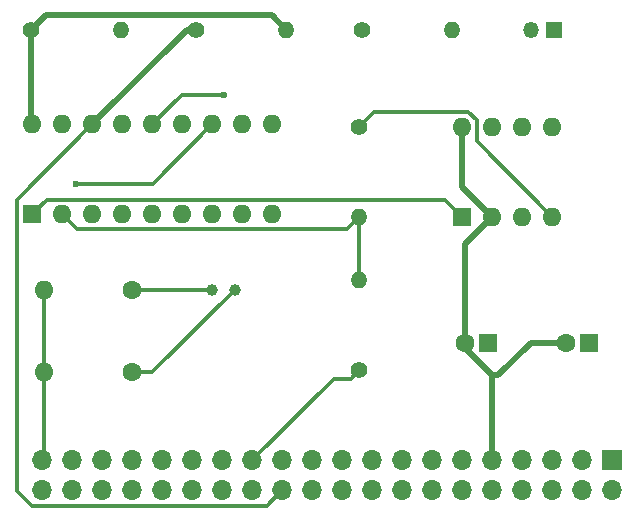
<source format=gbr>
%TF.GenerationSoftware,KiCad,Pcbnew,8.0.0*%
%TF.CreationDate,2024-02-26T14:23:39+00:00*%
%TF.ProjectId,piHat,70694861-742e-46b6-9963-61645f706362,rev?*%
%TF.SameCoordinates,Original*%
%TF.FileFunction,Copper,L2,Bot*%
%TF.FilePolarity,Positive*%
%FSLAX46Y46*%
G04 Gerber Fmt 4.6, Leading zero omitted, Abs format (unit mm)*
G04 Created by KiCad (PCBNEW 8.0.0) date 2024-02-26 14:23:39*
%MOMM*%
%LPD*%
G01*
G04 APERTURE LIST*
%TA.AperFunction,ComponentPad*%
%ADD10R,1.600000X1.600000*%
%TD*%
%TA.AperFunction,ComponentPad*%
%ADD11O,1.600000X1.600000*%
%TD*%
%TA.AperFunction,ComponentPad*%
%ADD12C,1.600000*%
%TD*%
%TA.AperFunction,ComponentPad*%
%ADD13C,1.400000*%
%TD*%
%TA.AperFunction,ComponentPad*%
%ADD14O,1.400000X1.400000*%
%TD*%
%TA.AperFunction,ComponentPad*%
%ADD15R,1.700000X1.700000*%
%TD*%
%TA.AperFunction,ComponentPad*%
%ADD16O,1.700000X1.700000*%
%TD*%
%TA.AperFunction,ComponentPad*%
%ADD17C,1.000000*%
%TD*%
%TA.AperFunction,ComponentPad*%
%ADD18R,1.350000X1.350000*%
%TD*%
%TA.AperFunction,ComponentPad*%
%ADD19O,1.350000X1.350000*%
%TD*%
%TA.AperFunction,ViaPad*%
%ADD20C,0.600000*%
%TD*%
%TA.AperFunction,Conductor*%
%ADD21C,0.300000*%
%TD*%
%TA.AperFunction,Conductor*%
%ADD22C,0.500000*%
%TD*%
G04 APERTURE END LIST*
D10*
%TO.P,U2,1,TXD*%
%TO.N,Net-(U1-TXCAN)*%
X130200000Y-92800000D03*
D11*
%TO.P,U2,2,VSS*%
%TO.N,VSS*%
X132740000Y-92800000D03*
%TO.P,U2,3,VDD*%
%TO.N,VDD*%
X135280000Y-92800000D03*
%TO.P,U2,4,RXD*%
%TO.N,Net-(U2-RXD)*%
X137820000Y-92800000D03*
%TO.P,U2,5,Vref*%
%TO.N,unconnected-(U2-Vref-Pad5)*%
X137820000Y-85180000D03*
%TO.P,U2,6,CANL*%
%TO.N,Net-(J1-Pin_1)*%
X135280000Y-85180000D03*
%TO.P,U2,7,CANH*%
%TO.N,Net-(J1-Pin_2)*%
X132740000Y-85180000D03*
%TO.P,U2,8,Rs*%
%TO.N,VSS*%
X130200000Y-85180000D03*
%TD*%
D12*
%TO.P,22pF1,1*%
%TO.N,Net-(U1-OSC2)*%
X102250000Y-99000000D03*
D11*
%TO.P,22pF1,2*%
%TO.N,VSS*%
X94750000Y-99000000D03*
%TD*%
D13*
%TO.P,20K1,1*%
%TO.N,VSS*%
X121500000Y-105810000D03*
D14*
%TO.P,20K1,2*%
%TO.N,Net-(U1-RXCAN)*%
X121500000Y-98190000D03*
%TD*%
D10*
%TO.P,U1,1,TXCAN*%
%TO.N,Net-(U1-TXCAN)*%
X93800000Y-92620000D03*
D11*
%TO.P,U1,2,RXCAN*%
%TO.N,Net-(U1-RXCAN)*%
X96340000Y-92620000D03*
%TO.P,U1,3,CLKOUT/SOF*%
%TO.N,unconnected-(U1-CLKOUT{slash}SOF-Pad3)*%
X98880000Y-92620000D03*
%TO.P,U1,4,~{TX0RTS}*%
%TO.N,unconnected-(U1-~{TX0RTS}-Pad4)*%
X101420000Y-92620000D03*
%TO.P,U1,5,~{TX1RTS}*%
%TO.N,unconnected-(U1-~{TX1RTS}-Pad5)*%
X103960000Y-92620000D03*
%TO.P,U1,6,~{TX2RTS}*%
%TO.N,unconnected-(U1-~{TX2RTS}-Pad6)*%
X106500000Y-92620000D03*
%TO.P,U1,7,OSC2*%
%TO.N,Net-(U1-OSC2)*%
X109040000Y-92620000D03*
%TO.P,U1,8,OSC1*%
%TO.N,Net-(U1-OSC1)*%
X111580000Y-92620000D03*
%TO.P,U1,9,VSS*%
%TO.N,VSS*%
X114120000Y-92620000D03*
%TO.P,U1,10,~{RX1BF}*%
%TO.N,unconnected-(U1-~{RX1BF}-Pad10)*%
X114120000Y-85000000D03*
%TO.P,U1,11,~{RX0BF}*%
%TO.N,unconnected-(U1-~{RX0BF}-Pad11)*%
X111580000Y-85000000D03*
%TO.P,U1,12,~{INT}*%
%TO.N,Net-(J2-GPIO25)*%
X109040000Y-85000000D03*
%TO.P,U1,13,SCK*%
%TO.N,Net-(J2-SCLK0{slash}GPIO11)*%
X106500000Y-85000000D03*
%TO.P,U1,14,SI*%
%TO.N,Net-(J2-MOSI0{slash}GPIO10)*%
X103960000Y-85000000D03*
%TO.P,U1,15,SO*%
%TO.N,Net-(J2-MISO0{slash}GPIO9)*%
X101420000Y-85000000D03*
%TO.P,U1,16,~{CS}*%
%TO.N,Net-(J2-~{CE0}{slash}GPIO8)*%
X98880000Y-85000000D03*
%TO.P,U1,17,~{RESET}*%
%TO.N,Net-(U1-~{RESET})*%
X96340000Y-85000000D03*
%TO.P,U1,18,VDD*%
%TO.N,VCC*%
X93800000Y-85000000D03*
%TD*%
D10*
%TO.P,C3,1*%
%TO.N,VCC*%
X132410225Y-103499999D03*
D12*
%TO.P,C3,2*%
%TO.N,VSS*%
X130410225Y-103499999D03*
%TD*%
D13*
%TO.P,R2-4K7,1*%
%TO.N,Net-(J2-~{CE0}{slash}GPIO8)*%
X107690000Y-77000000D03*
D14*
%TO.P,R2-4K7,2*%
%TO.N,VCC*%
X115310000Y-77000000D03*
%TD*%
D13*
%TO.P,R1-4K7,1*%
%TO.N,VCC*%
X93690000Y-77000000D03*
D14*
%TO.P,R1-4K7,2*%
%TO.N,Net-(J2-GPIO25)*%
X101310000Y-77000000D03*
%TD*%
D13*
%TO.P,10K1,1*%
%TO.N,Net-(U2-RXD)*%
X121500000Y-85190000D03*
D14*
%TO.P,10K1,2*%
%TO.N,Net-(U1-RXCAN)*%
X121500000Y-92810000D03*
%TD*%
D15*
%TO.P,J2,1,3V3*%
%TO.N,VCC*%
X142900000Y-113450000D03*
D16*
%TO.P,J2,2,5V*%
%TO.N,VDD*%
X142900000Y-115990000D03*
%TO.P,J2,3,SDA/GPIO2*%
%TO.N,unconnected-(J2-SDA{slash}GPIO2-Pad3)*%
X140360000Y-113450000D03*
%TO.P,J2,4,5V*%
%TO.N,VDD*%
X140360000Y-115990000D03*
%TO.P,J2,5,SCL/GPIO3*%
%TO.N,unconnected-(J2-SCL{slash}GPIO3-Pad5)*%
X137820000Y-113450000D03*
%TO.P,J2,6,GND*%
%TO.N,VSS*%
X137820000Y-115990000D03*
%TO.P,J2,7,GCLK0/GPIO4*%
%TO.N,unconnected-(J2-GCLK0{slash}GPIO4-Pad7)*%
X135280000Y-113450000D03*
%TO.P,J2,8,GPIO14/TXD*%
%TO.N,unconnected-(J2-GPIO14{slash}TXD-Pad8)*%
X135280000Y-115990000D03*
%TO.P,J2,9,GND*%
%TO.N,VSS*%
X132740000Y-113450000D03*
%TO.P,J2,10,GPIO15/RXD*%
%TO.N,unconnected-(J2-GPIO15{slash}RXD-Pad10)*%
X132740000Y-115990000D03*
%TO.P,J2,11,GPIO17*%
%TO.N,unconnected-(J2-GPIO17-Pad11)*%
X130200000Y-113450000D03*
%TO.P,J2,12,GPIO18/PWM0*%
%TO.N,unconnected-(J2-GPIO18{slash}PWM0-Pad12)*%
X130200000Y-115990000D03*
%TO.P,J2,13,GPIO27*%
%TO.N,unconnected-(J2-GPIO27-Pad13)*%
X127660000Y-113450000D03*
%TO.P,J2,14,GND*%
%TO.N,VSS*%
X127660000Y-115990000D03*
%TO.P,J2,15,GPIO22*%
%TO.N,unconnected-(J2-GPIO22-Pad15)*%
X125120000Y-113450000D03*
%TO.P,J2,16,GPIO23*%
%TO.N,unconnected-(J2-GPIO23-Pad16)*%
X125120000Y-115990000D03*
%TO.P,J2,17,3V3*%
%TO.N,VCC*%
X122580000Y-113450000D03*
%TO.P,J2,18,GPIO24*%
%TO.N,unconnected-(J2-GPIO24-Pad18)*%
X122580000Y-115990000D03*
%TO.P,J2,19,MOSI0/GPIO10*%
%TO.N,Net-(J2-MOSI0{slash}GPIO10)*%
X120040000Y-113450000D03*
%TO.P,J2,20,GND*%
%TO.N,VSS*%
X120040000Y-115990000D03*
%TO.P,J2,21,MISO0/GPIO9*%
%TO.N,Net-(J2-MISO0{slash}GPIO9)*%
X117500000Y-113450000D03*
%TO.P,J2,22,GPIO25*%
%TO.N,Net-(J2-GPIO25)*%
X117500000Y-115990000D03*
%TO.P,J2,23,SCLK0/GPIO11*%
%TO.N,Net-(J2-SCLK0{slash}GPIO11)*%
X114960000Y-113450000D03*
%TO.P,J2,24,~{CE0}/GPIO8*%
%TO.N,Net-(J2-~{CE0}{slash}GPIO8)*%
X114960000Y-115990000D03*
%TO.P,J2,25,GND*%
%TO.N,VSS*%
X112420000Y-113450000D03*
%TO.P,J2,26,~{CE1}/GPIO7*%
%TO.N,unconnected-(J2-~{CE1}{slash}GPIO7-Pad26)*%
X112420000Y-115990000D03*
%TO.P,J2,27,ID_SD/GPIO0*%
%TO.N,unconnected-(J2-ID_SD{slash}GPIO0-Pad27)*%
X109880000Y-113450000D03*
%TO.P,J2,28,ID_SC/GPIO1*%
%TO.N,unconnected-(J2-ID_SC{slash}GPIO1-Pad28)*%
X109880000Y-115990000D03*
%TO.P,J2,29,GCLK1/GPIO5*%
%TO.N,unconnected-(J2-GCLK1{slash}GPIO5-Pad29)*%
X107340000Y-113450000D03*
%TO.P,J2,30,GND*%
%TO.N,VSS*%
X107340000Y-115990000D03*
%TO.P,J2,31,GCLK2/GPIO6*%
%TO.N,unconnected-(J2-GCLK2{slash}GPIO6-Pad31)*%
X104800000Y-113450000D03*
%TO.P,J2,32,PWM0/GPIO12*%
%TO.N,unconnected-(J2-PWM0{slash}GPIO12-Pad32)*%
X104800000Y-115990000D03*
%TO.P,J2,33,PWM1/GPIO13*%
%TO.N,unconnected-(J2-PWM1{slash}GPIO13-Pad33)*%
X102260000Y-113450000D03*
%TO.P,J2,34,GND*%
%TO.N,VSS*%
X102260000Y-115990000D03*
%TO.P,J2,35,GPIO19/MISO1*%
%TO.N,unconnected-(J2-GPIO19{slash}MISO1-Pad35)*%
X99720000Y-113450000D03*
%TO.P,J2,36,GPIO16*%
%TO.N,unconnected-(J2-GPIO16-Pad36)*%
X99720000Y-115990000D03*
%TO.P,J2,37,GPIO26*%
%TO.N,unconnected-(J2-GPIO26-Pad37)*%
X97180000Y-113450000D03*
%TO.P,J2,38,GPIO20/MOSI1*%
%TO.N,unconnected-(J2-GPIO20{slash}MOSI1-Pad38)*%
X97180000Y-115990000D03*
%TO.P,J2,39,GND*%
%TO.N,VSS*%
X94640000Y-113450000D03*
%TO.P,J2,40,GPIO21/SCLK1*%
%TO.N,unconnected-(J2-GPIO21{slash}SCLK1-Pad40)*%
X94640000Y-115990000D03*
%TD*%
D17*
%TO.P,16mhz1,1,1*%
%TO.N,Net-(U1-OSC2)*%
X109050000Y-99000000D03*
%TO.P,16mhz1,2,2*%
%TO.N,Net-(U1-OSC1)*%
X110950000Y-99000000D03*
%TD*%
D13*
%TO.P,R3-4K7,1*%
%TO.N,VCC*%
X121690000Y-77000000D03*
D14*
%TO.P,R3-4K7,2*%
%TO.N,Net-(U1-~{RESET})*%
X129310000Y-77000000D03*
%TD*%
D18*
%TO.P,H - L,1,Pin_1*%
%TO.N,Net-(J1-Pin_1)*%
X138000000Y-77000000D03*
D19*
%TO.P,H - L,2,Pin_2*%
%TO.N,Net-(J1-Pin_2)*%
X136000000Y-77000000D03*
%TD*%
D10*
%TO.P,C4,1*%
%TO.N,VDD*%
X140955113Y-103499999D03*
D12*
%TO.P,C4,2*%
%TO.N,VSS*%
X138955113Y-103499999D03*
%TD*%
%TO.P,22pF2,1*%
%TO.N,Net-(U1-OSC1)*%
X102250000Y-106000000D03*
D11*
%TO.P,22pF2,2*%
%TO.N,VSS*%
X94750000Y-106000000D03*
%TD*%
D20*
%TO.N,Net-(J2-GPIO25)*%
X97500000Y-90000000D03*
%TO.N,Net-(J2-MOSI0{slash}GPIO10)*%
X110000000Y-82500000D03*
%TD*%
D21*
%TO.N,Net-(U1-OSC2)*%
X102250000Y-99000000D02*
X109050000Y-99000000D01*
D22*
%TO.N,VSS*%
X133260000Y-106240000D02*
X136000001Y-103499999D01*
X130200000Y-90260000D02*
X132740000Y-92800000D01*
D21*
X94750000Y-113340000D02*
X94640000Y-113450000D01*
X120800000Y-106510000D02*
X119360000Y-106510000D01*
D22*
X132740000Y-106240000D02*
X133260000Y-106240000D01*
D21*
X94750000Y-106000000D02*
X94750000Y-113340000D01*
X119360000Y-106510000D02*
X112420000Y-113450000D01*
D22*
X136000001Y-103499999D02*
X138955113Y-103499999D01*
D21*
X121500000Y-105810000D02*
X120800000Y-106510000D01*
D22*
X130000000Y-103500000D02*
X132740000Y-106240000D01*
X130410225Y-95129775D02*
X130410225Y-103499999D01*
X130410225Y-103499999D02*
X130000000Y-103500000D01*
X130200000Y-85180000D02*
X130200000Y-90260000D01*
X132740000Y-92800000D02*
X130410225Y-95129775D01*
X132740000Y-106240000D02*
X132740000Y-113450000D01*
D21*
X94750000Y-99000000D02*
X94750000Y-106000000D01*
%TO.N,Net-(U1-OSC1)*%
X103950000Y-106000000D02*
X110950000Y-99000000D01*
X102250000Y-106000000D02*
X103950000Y-106000000D01*
%TO.N,Net-(J2-GPIO25)*%
X104040000Y-90000000D02*
X109040000Y-85000000D01*
X97500000Y-90000000D02*
X104040000Y-90000000D01*
D22*
%TO.N,VCC*%
X93690000Y-77000000D02*
X94940000Y-75750000D01*
X93690000Y-84890000D02*
X93800000Y-85000000D01*
X94940000Y-75750000D02*
X114060000Y-75750000D01*
X114060000Y-75750000D02*
X115310000Y-77000000D01*
X93690000Y-77000000D02*
X93690000Y-84890000D01*
D21*
%TO.N,Net-(J2-MOSI0{slash}GPIO10)*%
X110000000Y-82500000D02*
X106460000Y-82500000D01*
X106460000Y-82500000D02*
X103960000Y-85000000D01*
%TO.N,Net-(J2-~{CE0}{slash}GPIO8)*%
X93790000Y-117290000D02*
X92500000Y-116000000D01*
X92500000Y-116000000D02*
X92500000Y-91380000D01*
D22*
X107690000Y-77000000D02*
X106880000Y-77000000D01*
X106880000Y-77000000D02*
X98880000Y-85000000D01*
D21*
X114960000Y-115990000D02*
X113660000Y-117290000D01*
X113660000Y-117290000D02*
X93790000Y-117290000D01*
X92500000Y-91380000D02*
X98880000Y-85000000D01*
%TO.N,Net-(U1-RXCAN)*%
X121500000Y-98190000D02*
X121500000Y-92810000D01*
X97590000Y-93870000D02*
X120440000Y-93870000D01*
X120440000Y-93870000D02*
X121500000Y-92810000D01*
X96340000Y-92620000D02*
X97590000Y-93870000D01*
%TO.N,Net-(U2-RXD)*%
X122760000Y-83930000D02*
X130717767Y-83930000D01*
X121500000Y-85190000D02*
X122760000Y-83930000D01*
X131450000Y-84662233D02*
X131450000Y-86430000D01*
X130717767Y-83930000D02*
X131450000Y-84662233D01*
X131450000Y-86430000D02*
X137820000Y-92800000D01*
%TO.N,Net-(U1-TXCAN)*%
X128770000Y-91370000D02*
X95050000Y-91370000D01*
X130200000Y-92800000D02*
X128770000Y-91370000D01*
X95050000Y-91370000D02*
X93800000Y-92620000D01*
%TD*%
M02*

</source>
